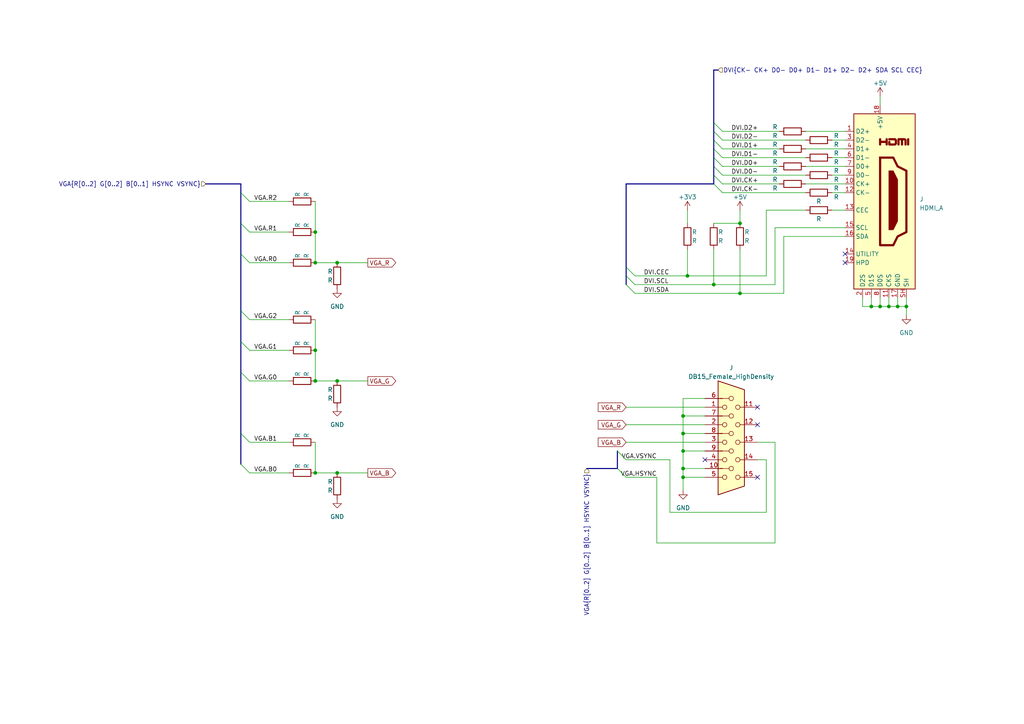
<source format=kicad_sch>
(kicad_sch (version 20220404) (generator eeschema)
  (paper "A4")
  (lib_symbols
    (symbol "Connector:DB15_Female_HighDensity" (pin_names (offset 1.016) hide)
      (property "Reference" "J" (at 0 21.59 0))
      (property "Value" "DB15_Female_HighDensity" (at 0 19.05 0))
      (symbol "DB15_Female_HighDensity_0_1"
        (circle (center -1.905 -10.16) (radius 0.635))
        (circle (center -1.905 -5.08) (radius 0.635))
        (circle (center -1.905 0) (radius 0.635))
        (circle (center -1.905 5.08) (radius 0.635))
        (circle (center -1.905 10.16) (radius 0.635))
        (circle (center 0 -7.62) (radius 0.635))
        (circle (center 0 -2.54) (radius 0.635))
        (polyline (pts (xy -3.175 7.62) (xy -0.635 7.62)))
        (polyline (pts (xy -0.635 -7.62) (xy -3.175 -7.62)))
        (polyline (pts (xy -0.635 -2.54) (xy -3.175 -2.54)))
        (polyline (pts (xy -0.635 2.54) (xy -3.175 2.54)))
        (polyline (pts (xy -0.635 12.7) (xy -3.175 12.7)))
        (polyline (pts (xy -3.81 17.78) (xy -3.81 -15.24) (xy 3.81 -12.7) (xy 3.81 15.24) (xy -3.81 17.78)) (stroke (width 0.254)) (fill (type background)))
        (circle (center 0 2.54) (radius 0.635))
        (circle (center 0 7.62) (radius 0.635))
        (circle (center 0 12.7) (radius 0.635))
        (circle (center 1.905 -10.16) (radius 0.635))
        (circle (center 1.905 -5.08) (radius 0.635))
        (circle (center 1.905 0) (radius 0.635))
        (circle (center 1.905 5.08) (radius 0.635))
        (circle (center 1.905 10.16) (radius 0.635))
      )
      (symbol "DB15_Female_HighDensity_1_1"
        (pin passive line (at -7.62 10.16 0) (length 5.08) (name "~") (number "1"))
        (pin passive line (at -7.62 -7.62 0) (length 5.08) (name "~") (number "10"))
        (pin passive line (at 7.62 10.16 180) (length 5.08) (name "~") (number "11"))
        (pin passive line (at 7.62 5.08 180) (length 5.08) (name "~") (number "12"))
        (pin passive line (at 7.62 0 180) (length 5.08) (name "~") (number "13"))
        (pin passive line (at 7.62 -5.08 180) (length 5.08) (name "~") (number "14"))
        (pin passive line (at 7.62 -10.16 180) (length 5.08) (name "~") (number "15"))
        (pin passive line (at -7.62 5.08 0) (length 5.08) (name "~") (number "2"))
        (pin passive line (at -7.62 0 0) (length 5.08) (name "~") (number "3"))
        (pin passive line (at -7.62 -5.08 0) (length 5.08) (name "~") (number "4"))
        (pin passive line (at -7.62 -10.16 0) (length 5.08) (name "~") (number "5"))
        (pin passive line (at -7.62 12.7 0) (length 5.08) (name "~") (number "6"))
        (pin passive line (at -7.62 7.62 0) (length 5.08) (name "~") (number "7"))
        (pin passive line (at -7.62 2.54 0) (length 5.08) (name "~") (number "8"))
        (pin passive line (at -7.62 -2.54 0) (length 5.08) (name "~") (number "9"))
      )
    )
    (symbol "Connector:HDMI_A"
      (property "Reference" "J" (at -6.35 26.67 0))
      (property "Value" "HDMI_A" (at 10.16 26.67 0))
      (symbol "HDMI_A_0_0"
        (polyline (pts (xy 8.128 16.51) (xy 8.128 18.034)) (stroke (width 0.635)))
        (polyline (pts (xy 0 16.51) (xy 0 18.034) (xy 0 17.272) (xy 1.905 17.272) (xy 1.905 18.034) (xy 1.905 16.51)) (stroke (width 0.635)))
        (polyline (pts (xy 2.667 18.034) (xy 4.318 18.034) (xy 4.572 17.78) (xy 4.572 16.764) (xy 4.318 16.51) (xy 2.667 16.51) (xy 2.667 17.272)) (stroke (width 0.635)))
      )
      (symbol "HDMI_A_0_1"
        (rectangle (start -7.62 25.4) (end 10.16 -25.4) (stroke (width 0.254)) (fill (type background)))
        (polyline (pts (xy 2.54 8.89) (xy 3.81 8.89) (xy 5.08 6.35) (xy 5.08 -5.715) (xy 3.81 -8.255) (xy 2.54 -8.255) (xy 2.54 8.89)) (fill (type outline)))
        (polyline (pts (xy 5.334 16.51) (xy 5.334 18.034) (xy 6.35 18.034) (xy 6.35 16.51) (xy 6.35 18.034) (xy 7.112 18.034) (xy 7.366 17.78) (xy 7.366 16.51)) (stroke (width 0.635)))
        (polyline (pts (xy 0 12.7) (xy 0 -12.7) (xy 3.81 -12.7) (xy 5.08 -10.16) (xy 7.62 -8.89) (xy 7.62 8.89) (xy 5.08 10.16) (xy 3.81 12.7) (xy 0 12.7)) (stroke (width 0.635)))
      )
      (symbol "HDMI_A_1_1"
        (pin passive line (at -10.16 20.32 0) (length 2.54) (name "D2+") (number "1"))
        (pin passive line (at -10.16 5.08 0) (length 2.54) (name "CK+") (number "10"))
        (pin power_in line (at 2.54 -27.94 90) (length 2.54) (name "CKS") (number "11"))
        (pin passive line (at -10.16 2.54 0) (length 2.54) (name "CK-") (number "12"))
        (pin bidirectional line (at -10.16 -2.54 0) (length 2.54) (name "CEC") (number "13"))
        (pin passive line (at -10.16 -15.24 0) (length 2.54) (name "UTILITY") (number "14"))
        (pin passive line (at -10.16 -7.62 0) (length 2.54) (name "SCL") (number "15"))
        (pin bidirectional line (at -10.16 -10.16 0) (length 2.54) (name "SDA") (number "16"))
        (pin power_in line (at 5.08 -27.94 90) (length 2.54) (name "GND") (number "17"))
        (pin power_in line (at 0 27.94 270) (length 2.54) (name "+5V") (number "18"))
        (pin passive line (at -10.16 -17.78 0) (length 2.54) (name "HPD") (number "19"))
        (pin power_in line (at -5.08 -27.94 90) (length 2.54) (name "D2S") (number "2"))
        (pin passive line (at -10.16 17.78 0) (length 2.54) (name "D2-") (number "3"))
        (pin passive line (at -10.16 15.24 0) (length 2.54) (name "D1+") (number "4"))
        (pin power_in line (at -2.54 -27.94 90) (length 2.54) (name "D1S") (number "5"))
        (pin passive line (at -10.16 12.7 0) (length 2.54) (name "D1-") (number "6"))
        (pin passive line (at -10.16 10.16 0) (length 2.54) (name "D0+") (number "7"))
        (pin power_in line (at 0 -27.94 90) (length 2.54) (name "D0S") (number "8"))
        (pin passive line (at -10.16 7.62 0) (length 2.54) (name "D0-") (number "9"))
        (pin passive line (at 7.62 -27.94 90) (length 2.54) (name "SH") (number "SH"))
      )
    )
    (symbol "Device:R" (pin_numbers hide) (pin_names (offset 0))
      (property "Reference" "R" (at 2.032 0 90))
      (property "Value" "R" (at 0 0 90))
      (symbol "R_0_1"
        (rectangle (start -1.016 -2.54) (end 1.016 2.54) (stroke (width 0.254)))
      )
      (symbol "R_1_1"
        (pin passive line (at 0 3.81 270) (length 1.27) (name "~") (number "1"))
        (pin passive line (at 0 -3.81 90) (length 1.27) (name "~") (number "2"))
      )
    )
    (symbol "power:+3V3" (power) (pin_names (offset 0))
      (property "Value" "+3V3" (at 0 3.556 0))
      (symbol "+3V3_0_1"
        (polyline (pts (xy -0.762 1.27) (xy 0 2.54)))
        (polyline (pts (xy 0 0) (xy 0 2.54)))
        (polyline (pts (xy 0 2.54) (xy 0.762 1.27)))
      )
      (symbol "+3V3_1_1"
        (pin power_in line (at 0 0 90) (length 0) hide (name "+3V3") (number "1"))
      )
    )
    (symbol "power:+5V" (power) (pin_names (offset 0))
      (property "Value" "+5V" (at 0 3.556 0))
      (symbol "+5V_0_1"
        (polyline (pts (xy -0.762 1.27) (xy 0 2.54)))
        (polyline (pts (xy 0 0) (xy 0 2.54)))
        (polyline (pts (xy 0 2.54) (xy 0.762 1.27)))
      )
      (symbol "+5V_1_1"
        (pin power_in line (at 0 0 90) (length 0) hide (name "+5V") (number "1"))
      )
    )
    (symbol "power:GND" (power) (pin_names (offset 0))
      (property "Value" "GND" (at 0 -3.81 0))
      (symbol "GND_0_1"
        (polyline (pts (xy 0 0) (xy 0 -1.27) (xy 1.27 -1.27) (xy 0 -2.54) (xy -1.27 -1.27) (xy 0 -1.27)))
      )
      (symbol "GND_1_1"
        (pin power_in line (at 0 0 270) (length 0) hide (name "GND") (number "1"))
      )
    )
  )
  (junction (at 199.39 80.01))
  (junction (at 207.01 82.55))
  (junction (at 252.73 88.9))
  (junction (at 255.27 88.9))
  (junction (at 91.44 67.31))
  (junction (at 198.12 138.43))
  (junction (at 97.79 76.2))
  (junction (at 260.35 88.9))
  (junction (at 198.12 130.81))
  (junction (at 198.12 135.89))
  (junction (at 91.44 137.16))
  (junction (at 214.63 85.09))
  (junction (at 91.44 110.49))
  (junction (at 262.89 88.9))
  (junction (at 198.12 120.65))
  (junction (at 214.63 64.77))
  (junction (at 257.81 88.9))
  (junction (at 97.79 110.49))
  (junction (at 198.12 125.73))
  (junction (at 97.79 137.16))
  (junction (at 91.44 76.2))
  (junction (at 91.44 101.6))
  (no_connect (at 245.11 73.66))
  (no_connect (at 245.11 76.2))
  (no_connect (at 219.71 118.11))
  (no_connect (at 219.71 123.19))
  (no_connect (at 219.71 138.43))
  (no_connect (at 204.47 133.35))
  (bus_entry (at 69.85 125.73) (size 2.54 2.54))
  (bus_entry (at 69.85 134.62) (size 2.54 2.54))
  (bus_entry (at 69.85 107.95) (size 2.54 2.54))
  (bus_entry (at 69.85 64.77) (size 2.54 2.54))
  (bus_entry (at 69.85 55.88) (size 2.54 2.54))
  (bus_entry (at 69.85 73.66) (size 2.54 2.54))
  (bus_entry (at 69.85 90.17) (size 2.54 2.54))
  (bus_entry (at 69.85 99.06) (size 2.54 2.54))
  (bus_entry (at 209.55 55.88) (size -2.54 -2.54))
  (bus_entry (at 184.15 82.55) (size -2.54 -2.54))
  (bus_entry (at 181.61 133.35) (size -2.54 -2.54))
  (bus_entry (at 181.61 138.43) (size -2.54 -2.54))
  (bus_entry (at 209.55 48.26) (size -2.54 -2.54))
  (bus_entry (at 209.55 50.8) (size -2.54 -2.54))
  (bus_entry (at 209.55 38.1) (size -2.54 -2.54))
  (bus_entry (at 184.15 80.01) (size -2.54 -2.54))
  (bus_entry (at 209.55 53.34) (size -2.54 -2.54))
  (bus_entry (at 209.55 40.64) (size -2.54 -2.54))
  (bus_entry (at 209.55 43.18) (size -2.54 -2.54))
  (bus_entry (at 209.55 45.72) (size -2.54 -2.54))
  (bus_entry (at 184.15 85.09) (size -2.54 -2.54))
  (wire (pts (xy 91.44 128.27) (xy 91.44 137.16)))
  (bus (pts (xy 69.85 99.06) (xy 69.85 107.95)))
  (wire (pts (xy 198.12 135.89) (xy 204.47 135.89)))
  (wire (pts (xy 233.68 48.26) (xy 245.11 48.26)))
  (wire (pts (xy 219.71 133.35) (xy 222.25 133.35)))
  (wire (pts (xy 227.33 68.58) (xy 227.33 85.09)))
  (wire (pts (xy 209.55 50.8) (xy 233.68 50.8)))
  (bus (pts (xy 207.01 20.32) (xy 208.28 20.32)))
  (wire (pts (xy 209.55 45.72) (xy 233.68 45.72)))
  (wire (pts (xy 72.39 128.27) (xy 83.82 128.27)))
  (bus (pts (xy 69.85 64.77) (xy 69.85 73.66)))
  (wire (pts (xy 72.39 67.31) (xy 83.82 67.31)))
  (bus (pts (xy 207.01 40.64) (xy 207.01 38.1)))
  (bus (pts (xy 207.01 43.18) (xy 207.01 40.64)))
  (wire (pts (xy 72.39 76.2) (xy 83.82 76.2)))
  (wire (pts (xy 207.01 72.39) (xy 207.01 82.55)))
  (wire (pts (xy 190.5 157.48) (xy 190.5 138.43)))
  (wire (pts (xy 222.25 60.96) (xy 222.25 80.01)))
  (wire (pts (xy 224.79 128.27) (xy 219.71 128.27)))
  (wire (pts (xy 97.79 137.16) (xy 106.68 137.16)))
  (wire (pts (xy 241.3 45.72) (xy 245.11 45.72)))
  (wire (pts (xy 184.15 85.09) (xy 214.63 85.09)))
  (wire (pts (xy 184.15 82.55) (xy 207.01 82.55)))
  (wire (pts (xy 222.25 133.35) (xy 222.25 148.59)))
  (wire (pts (xy 72.39 137.16) (xy 83.82 137.16)))
  (wire (pts (xy 260.35 86.36) (xy 260.35 88.9)))
  (wire (pts (xy 181.61 128.27) (xy 204.47 128.27)))
  (wire (pts (xy 97.79 76.2) (xy 106.68 76.2)))
  (wire (pts (xy 184.15 80.01) (xy 199.39 80.01)))
  (wire (pts (xy 181.61 118.11) (xy 204.47 118.11)))
  (wire (pts (xy 91.44 58.42) (xy 91.44 67.31)))
  (wire (pts (xy 198.12 130.81) (xy 198.12 135.89)))
  (wire (pts (xy 233.68 43.18) (xy 245.11 43.18)))
  (wire (pts (xy 198.12 138.43) (xy 204.47 138.43)))
  (wire (pts (xy 233.68 60.96) (xy 222.25 60.96)))
  (wire (pts (xy 257.81 86.36) (xy 257.81 88.9)))
  (wire (pts (xy 91.44 92.71) (xy 91.44 101.6)))
  (wire (pts (xy 257.81 88.9) (xy 260.35 88.9)))
  (wire (pts (xy 91.44 110.49) (xy 97.79 110.49)))
  (bus (pts (xy 181.61 80.01) (xy 181.61 77.47)))
  (wire (pts (xy 250.19 86.36) (xy 250.19 88.9)))
  (bus (pts (xy 179.07 130.81) (xy 179.07 135.89)))
  (wire (pts (xy 260.35 88.9) (xy 262.89 88.9)))
  (wire (pts (xy 72.39 101.6) (xy 83.82 101.6)))
  (wire (pts (xy 214.63 60.96) (xy 214.63 64.77)))
  (wire (pts (xy 209.55 48.26) (xy 226.06 48.26)))
  (wire (pts (xy 224.79 66.04) (xy 224.79 82.55)))
  (wire (pts (xy 72.39 58.42) (xy 83.82 58.42)))
  (wire (pts (xy 255.27 88.9) (xy 257.81 88.9)))
  (bus (pts (xy 207.01 38.1) (xy 207.01 35.56)))
  (wire (pts (xy 209.55 53.34) (xy 226.06 53.34)))
  (wire (pts (xy 198.12 125.73) (xy 198.12 130.81)))
  (wire (pts (xy 199.39 80.01) (xy 222.25 80.01)))
  (wire (pts (xy 97.79 110.49) (xy 106.68 110.49)))
  (wire (pts (xy 227.33 68.58) (xy 245.11 68.58)))
  (bus (pts (xy 207.01 48.26) (xy 207.01 45.72)))
  (wire (pts (xy 209.55 40.64) (xy 233.68 40.64)))
  (wire (pts (xy 224.79 157.48) (xy 190.5 157.48)))
  (wire (pts (xy 198.12 115.57) (xy 198.12 120.65)))
  (bus (pts (xy 181.61 77.47) (xy 181.61 53.34)))
  (wire (pts (xy 222.25 148.59) (xy 194.31 148.59)))
  (wire (pts (xy 91.44 137.16) (xy 97.79 137.16)))
  (bus (pts (xy 179.07 135.89) (xy 170.18 135.89)))
  (wire (pts (xy 224.79 66.04) (xy 245.11 66.04)))
  (bus (pts (xy 207.01 20.32) (xy 207.01 35.56)))
  (wire (pts (xy 214.63 72.39) (xy 214.63 85.09)))
  (wire (pts (xy 198.12 120.65) (xy 204.47 120.65)))
  (wire (pts (xy 241.3 40.64) (xy 245.11 40.64)))
  (wire (pts (xy 241.3 50.8) (xy 245.11 50.8)))
  (wire (pts (xy 207.01 64.77) (xy 214.63 64.77)))
  (bus (pts (xy 207.01 53.34) (xy 207.01 50.8)))
  (wire (pts (xy 204.47 115.57) (xy 198.12 115.57)))
  (wire (pts (xy 198.12 120.65) (xy 198.12 125.73)))
  (bus (pts (xy 69.85 90.17) (xy 69.85 99.06)))
  (bus (pts (xy 69.85 125.73) (xy 69.85 134.62)))
  (wire (pts (xy 198.12 138.43) (xy 198.12 142.24)))
  (wire (pts (xy 181.61 138.43) (xy 190.5 138.43)))
  (bus (pts (xy 69.85 73.66) (xy 69.85 90.17)))
  (bus (pts (xy 207.01 45.72) (xy 207.01 43.18)))
  (wire (pts (xy 250.19 88.9) (xy 252.73 88.9)))
  (wire (pts (xy 194.31 148.59) (xy 194.31 133.35)))
  (bus (pts (xy 181.61 82.55) (xy 181.61 80.01)))
  (bus (pts (xy 181.61 53.34) (xy 207.01 53.34)))
  (wire (pts (xy 198.12 135.89) (xy 198.12 138.43)))
  (wire (pts (xy 198.12 130.81) (xy 204.47 130.81)))
  (bus (pts (xy 69.85 107.95) (xy 69.85 125.73)))
  (wire (pts (xy 241.3 60.96) (xy 245.11 60.96)))
  (wire (pts (xy 262.89 86.36) (xy 262.89 88.9)))
  (wire (pts (xy 252.73 86.36) (xy 252.73 88.9)))
  (wire (pts (xy 233.68 38.1) (xy 245.11 38.1)))
  (wire (pts (xy 241.3 55.88) (xy 245.11 55.88)))
  (wire (pts (xy 252.73 88.9) (xy 255.27 88.9)))
  (wire (pts (xy 91.44 76.2) (xy 97.79 76.2)))
  (wire (pts (xy 91.44 101.6) (xy 91.44 110.49)))
  (wire (pts (xy 255.27 27.94) (xy 255.27 30.48)))
  (wire (pts (xy 233.68 53.34) (xy 245.11 53.34)))
  (wire (pts (xy 209.55 38.1) (xy 226.06 38.1)))
  (wire (pts (xy 181.61 133.35) (xy 194.31 133.35)))
  (wire (pts (xy 214.63 85.09) (xy 227.33 85.09)))
  (wire (pts (xy 72.39 110.49) (xy 83.82 110.49)))
  (bus (pts (xy 207.01 50.8) (xy 207.01 48.26)))
  (wire (pts (xy 72.39 92.71) (xy 83.82 92.71)))
  (wire (pts (xy 209.55 43.18) (xy 226.06 43.18)))
  (wire (pts (xy 181.61 123.19) (xy 204.47 123.19)))
  (bus (pts (xy 69.85 55.88) (xy 69.85 64.77)))
  (wire (pts (xy 199.39 60.96) (xy 199.39 64.77)))
  (bus (pts (xy 69.85 53.34) (xy 69.85 55.88)))
  (wire (pts (xy 91.44 67.31) (xy 91.44 76.2)))
  (wire (pts (xy 224.79 128.27) (xy 224.79 157.48)))
  (wire (pts (xy 207.01 82.55) (xy 224.79 82.55)))
  (wire (pts (xy 198.12 125.73) (xy 204.47 125.73)))
  (wire (pts (xy 199.39 72.39) (xy 199.39 80.01)))
  (wire (pts (xy 209.55 55.88) (xy 233.68 55.88)))
  (wire (pts (xy 262.89 88.9) (xy 262.89 91.44)))
  (wire (pts (xy 255.27 86.36) (xy 255.27 88.9)))
  (bus (pts (xy 59.69 53.34) (xy 69.85 53.34)))
  (label "DVI.SDA" (at 186.69 85.09 0))
  (label "DVI.D0+" (at 212.09 48.26 0))
  (label "DVI.D0-" (at 212.09 50.8 0))
  (label "DVI.CK-" (at 212.09 55.88 0))
  (label "VGA.R1" (at 73.66 67.31 0))
  (label "VGA.VSYNC" (at 190.5 133.35 0))
  (label "DVI.CEC" (at 186.69 80.01 0))
  (label "DVI.D2-" (at 212.09 40.64 0))
  (label "DVI.D2+" (at 212.09 38.1 0))
  (label "DVI.CK+" (at 212.09 53.34 0))
  (label "VGA.R2" (at 73.66 58.42 0))
  (label "VGA.B0" (at 73.66 137.16 0))
  (label "VGA.G1" (at 73.66 101.6 0))
  (label "VGA.G2" (at 73.66 92.71 0))
  (label "VGA.G0" (at 73.66 110.49 0))
  (label "VGA.HSYNC" (at 190.5 138.43 0))
  (label "VGA.B1" (at 73.66 128.27 0))
  (label "VGA.R0" (at 73.66 76.2 0))
  (label "DVI.SCL" (at 186.69 82.55 0))
  (label "DVI.D1+" (at 212.09 43.18 0))
  (label "DVI.D1-" (at 212.09 45.72 0))
  (global_label "VGA_G" (shape input) (at 181.61 123.19 180) (property "Intersheetrefs" "${INTERSHEET_REFS}" (at 173.1782 123.19 0) (effects (justify right))))
  (global_label "VGA_G" (shape output) (at 106.68 110.49 0) (property "Intersheetrefs" "${INTERSHEET_REFS}" (at 115.1118 110.49 0) (effects (justify left))))
  (global_label "VGA_R" (shape input) (at 181.61 118.11 180) (property "Intersheetrefs" "${INTERSHEET_REFS}" (at 173.1782 118.11 0) (effects (justify right))))
  (global_label "VGA_B" (shape input) (at 181.61 128.27 180) (property "Intersheetrefs" "${INTERSHEET_REFS}" (at 173.1782 128.27 0) (effects (justify right))))
  (global_label "VGA_R" (shape output) (at 106.68 76.2 0) (property "Intersheetrefs" "${INTERSHEET_REFS}" (at 115.1118 76.2 0) (effects (justify left))))
  (global_label "VGA_B" (shape output) (at 106.68 137.16 0) (property "Intersheetrefs" "${INTERSHEET_REFS}" (at 115.1118 137.16 0) (effects (justify left))))
  (hierarchical_label "VGA{R[0..2] G[0..2] B[0..1] HSYNC VSYNC}" (shape input) (at 170.18 135.89 270))
  (hierarchical_label "VGA{R[0..2] G[0..2] B[0..1] HSYNC VSYNC}" (shape input) (at 59.69 53.34 180))
  (hierarchical_label "DVI{CK- CK+ D0- D0+ D1- D1+ D2- D2+ SDA SCL CEC}" (shape input) (at 208.28 20.32 0))
  (symbol (lib_id "Device:R") (at 87.63 67.31 90) (unit 1)
    (default_instance (reference "R") (unit 1) (value "R") (footprint ""))
    (property "Reference" "R" (at 86.36 66.04 0) (effects (justify left)))
    (property "Value" "R" (at 88.9 66.04 0) (effects (justify left)))
  )
  (symbol (lib_id "Device:R") (at 87.63 128.27 90) (unit 1)
    (default_instance (reference "R") (unit 1) (value "R") (footprint ""))
    (property "Reference" "R" (at 86.36 127 0) (effects (justify left)))
    (property "Value" "R" (at 88.9 127 0) (effects (justify left)))
  )
  (symbol (lib_id "Device:R") (at 87.63 137.16 90) (unit 1)
    (default_instance (reference "R") (unit 1) (value "R") (footprint ""))
    (property "Reference" "R" (at 86.36 135.89 0) (effects (justify left)))
    (property "Value" "R" (at 88.9 135.89 0) (effects (justify left)))
  )
  (symbol (lib_id "power:GND") (at 97.79 118.11 0) (unit 1)
    (default_instance (reference "#PWR") (unit 1) (value "GND") (footprint ""))
    (property "Reference" "#PWR" (effects hide))
    (property "Value" "GND" (at 97.79 123.19 0))
  )
  (symbol (lib_id "Device:R") (at 87.63 58.42 90) (unit 1)
    (default_instance (reference "R") (unit 1) (value "R") (footprint ""))
    (property "Reference" "R" (at 86.36 57.15 0) (effects (justify left)))
    (property "Value" "R" (at 88.9 57.15 0) (effects (justify left)))
  )
  (symbol (lib_id "Device:R") (at 237.49 55.88 90) (unit 1)
    (default_instance (reference "R") (unit 1) (value "R") (footprint ""))
    (property "Reference" "R" (at 242.57 54.61 90))
    (property "Value" "R" (at 242.57 57.15 90))
  )
  (symbol (lib_id "Device:R") (at 87.63 76.2 90) (unit 1)
    (default_instance (reference "R") (unit 1) (value "R") (footprint ""))
    (property "Reference" "R" (at 86.36 74.93 0) (effects (justify left)))
    (property "Value" "R" (at 88.9 74.93 0) (effects (justify left)))
  )
  (symbol (lib_id "Device:R") (at 229.87 38.1 90) (unit 1)
    (default_instance (reference "R") (unit 1) (value "R") (footprint ""))
    (property "Reference" "R" (at 224.79 36.83 90))
    (property "Value" "R" (at 224.79 39.37 90))
  )
  (symbol (lib_id "Device:R") (at 87.63 110.49 90) (unit 1)
    (default_instance (reference "R") (unit 1) (value "R") (footprint ""))
    (property "Reference" "R" (at 86.36 109.22 0) (effects (justify left)))
    (property "Value" "R" (at 88.9 109.22 0) (effects (justify left)))
  )
  (symbol (lib_id "Device:R") (at 237.49 50.8 90) (unit 1)
    (default_instance (reference "R") (unit 1) (value "R") (footprint ""))
    (property "Reference" "R" (at 242.57 49.53 90))
    (property "Value" "R" (at 242.57 52.07 90))
  )
  (symbol (lib_id "Device:R") (at 237.49 45.72 90) (unit 1)
    (default_instance (reference "R") (unit 1) (value "R") (footprint ""))
    (property "Reference" "R" (at 242.57 44.45 90))
    (property "Value" "R" (at 242.57 46.99 90))
  )
  (symbol (lib_id "Device:R") (at 97.79 80.01 180) (unit 1)
    (default_instance (reference "R") (unit 1) (value "R") (footprint ""))
    (property "Reference" "R" (at 96.52 81.28 0) (effects (justify left)))
    (property "Value" "R" (at 96.52 78.74 0) (effects (justify left)))
  )
  (symbol (lib_id "Device:R") (at 237.49 60.96 90) (unit 1)
    (default_instance (reference "R") (unit 1) (value "R") (footprint ""))
    (property "Reference" "R" (at 237.49 58.42 90))
    (property "Value" "R" (at 237.49 63.5 90))
  )
  (symbol (lib_id "Device:R") (at 199.39 68.58 0) (unit 1)
    (default_instance (reference "R") (unit 1) (value "R") (footprint ""))
    (property "Reference" "R" (at 200.66 67.31 0) (effects (justify left)))
    (property "Value" "R" (at 200.66 69.85 0) (effects (justify left)))
  )
  (symbol (lib_id "power:+3V3") (at 199.39 60.96 0) (unit 1)
    (default_instance (reference "#PWR") (unit 1) (value "+3V3") (footprint ""))
    (property "Reference" "#PWR" (effects hide))
    (property "Value" "+3V3" (at 199.39 57.15 0))
  )
  (symbol (lib_id "Device:R") (at 87.63 101.6 90) (unit 1)
    (default_instance (reference "R") (unit 1) (value "R") (footprint ""))
    (property "Reference" "R" (at 86.36 100.33 0) (effects (justify left)))
    (property "Value" "R" (at 88.9 100.33 0) (effects (justify left)))
  )
  (symbol (lib_id "power:GND") (at 97.79 144.78 0) (unit 1)
    (default_instance (reference "#PWR") (unit 1) (value "GND") (footprint ""))
    (property "Reference" "#PWR" (effects hide))
    (property "Value" "GND" (at 97.79 149.86 0))
  )
  (symbol (lib_id "power:GND") (at 97.79 83.82 0) (unit 1)
    (default_instance (reference "#PWR") (unit 1) (value "GND") (footprint ""))
    (property "Reference" "#PWR" (effects hide))
    (property "Value" "GND" (at 97.79 88.9 0))
  )
  (symbol (lib_id "power:GND") (at 262.89 91.44 0) (unit 1)
    (default_instance (reference "#PWR") (unit 1) (value "GND") (footprint ""))
    (property "Reference" "#PWR" (effects hide))
    (property "Value" "GND" (at 262.89 96.52 0))
  )
  (symbol (lib_id "power:GND") (at 198.12 142.24 0) (unit 1)
    (default_instance (reference "#PWR") (unit 1) (value "GND") (footprint ""))
    (property "Reference" "#PWR" (effects hide))
    (property "Value" "GND" (at 198.12 147.32 0))
  )
  (symbol (lib_id "Device:R") (at 229.87 48.26 90) (unit 1)
    (default_instance (reference "R") (unit 1) (value "R") (footprint ""))
    (property "Reference" "R" (at 224.79 46.99 90))
    (property "Value" "R" (at 224.79 49.53 90))
  )
  (symbol (lib_id "Device:R") (at 207.01 68.58 0) (unit 1)
    (default_instance (reference "R") (unit 1) (value "R") (footprint ""))
    (property "Reference" "R" (at 208.28 67.31 0) (effects (justify left)))
    (property "Value" "R" (at 208.28 69.85 0) (effects (justify left)))
  )
  (symbol (lib_id "Device:R") (at 87.63 92.71 90) (unit 1)
    (default_instance (reference "R") (unit 1) (value "R") (footprint ""))
    (property "Reference" "R" (at 86.36 91.44 0) (effects (justify left)))
    (property "Value" "R" (at 88.9 91.44 0) (effects (justify left)))
  )
  (symbol (lib_id "Connector:DB15_Female_HighDensity") (at 212.09 128.27 0) (unit 1)
    (default_instance (reference "J") (unit 1) (value "DB15_Female_HighDensity") (footprint ""))
    (property "Reference" "J" (at 212.09 106.68 0))
    (property "Value" "DB15_Female_HighDensity" (at 212.09 109.22 0))
    (property "Datasheet" " ~" (effects hide))
  )
  (symbol (lib_id "power:+5V") (at 255.27 27.94 0) (unit 1)
    (default_instance (reference "#PWR") (unit 1) (value "+5V") (footprint ""))
    (property "Reference" "#PWR" (effects hide))
    (property "Value" "+5V" (at 255.27 24.13 0))
  )
  (symbol (lib_id "Device:R") (at 237.49 40.64 90) (unit 1)
    (default_instance (reference "R") (unit 1) (value "R") (footprint ""))
    (property "Reference" "R" (at 242.57 39.37 90))
    (property "Value" "R" (at 242.57 41.91 90))
  )
  (symbol (lib_id "Device:R") (at 214.63 68.58 0) (unit 1)
    (default_instance (reference "R") (unit 1) (value "R") (footprint ""))
    (property "Reference" "R" (at 215.9 67.31 0) (effects (justify left)))
    (property "Value" "R" (at 215.9 69.85 0) (effects (justify left)))
  )
  (symbol (lib_id "Device:R") (at 97.79 114.3 180) (unit 1)
    (default_instance (reference "R") (unit 1) (value "R") (footprint ""))
    (property "Reference" "R" (at 96.52 115.57 0) (effects (justify left)))
    (property "Value" "R" (at 96.52 113.03 0) (effects (justify left)))
  )
  (symbol (lib_id "Device:R") (at 229.87 53.34 90) (unit 1)
    (default_instance (reference "R") (unit 1) (value "R") (footprint ""))
    (property "Reference" "R" (at 224.79 52.07 90))
    (property "Value" "R" (at 224.79 54.61 90))
  )
  (symbol (lib_id "Device:R") (at 97.79 140.97 180) (unit 1)
    (default_instance (reference "R") (unit 1) (value "R") (footprint ""))
    (property "Reference" "R" (at 96.52 142.24 0) (effects (justify left)))
    (property "Value" "R" (at 96.52 139.7 0) (effects (justify left)))
  )
  (symbol (lib_id "power:+5V") (at 214.63 60.96 0) (unit 1)
    (default_instance (reference "#PWR") (unit 1) (value "+5V") (footprint ""))
    (property "Reference" "#PWR" (effects hide))
    (property "Value" "+5V" (at 214.63 57.15 0))
  )
  (symbol (lib_id "Connector:HDMI_A") (at 255.27 58.42 0) (unit 1)
    (default_instance (reference "J") (unit 1) (value "HDMI_A") (footprint ""))
    (property "Reference" "J" (at 266.7 57.785 0) (effects (justify left)))
    (property "Value" "HDMI_A" (at 266.7 60.325 0) (effects (justify left)))
    (property "Datasheet" "https://en.wikipedia.org/wiki/HDMI" (effects hide))
  )
  (symbol (lib_id "Device:R") (at 229.87 43.18 90) (unit 1)
    (default_instance (reference "R") (unit 1) (value "R") (footprint ""))
    (property "Reference" "R" (at 224.79 41.91 90))
    (property "Value" "R" (at 224.79 44.45 90))
  )
)
</source>
